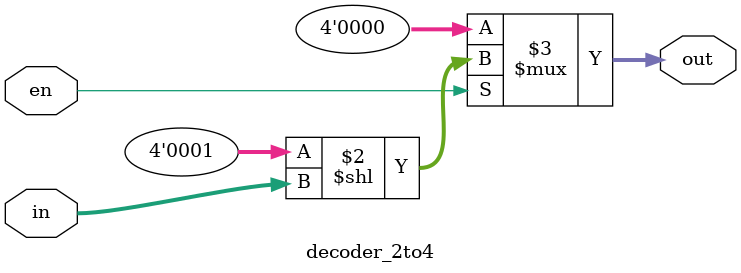
<source format=v>
module decoder_2to4 (
    input wire [1:0] in,     // 2-bit input
    input wire en,           // Enable
    output wire [3:0] out    // 4-bit output
);
assign out = (en == 1'b1) ? (4'b0001 << in) : 4'b0000;

endmodule

</source>
